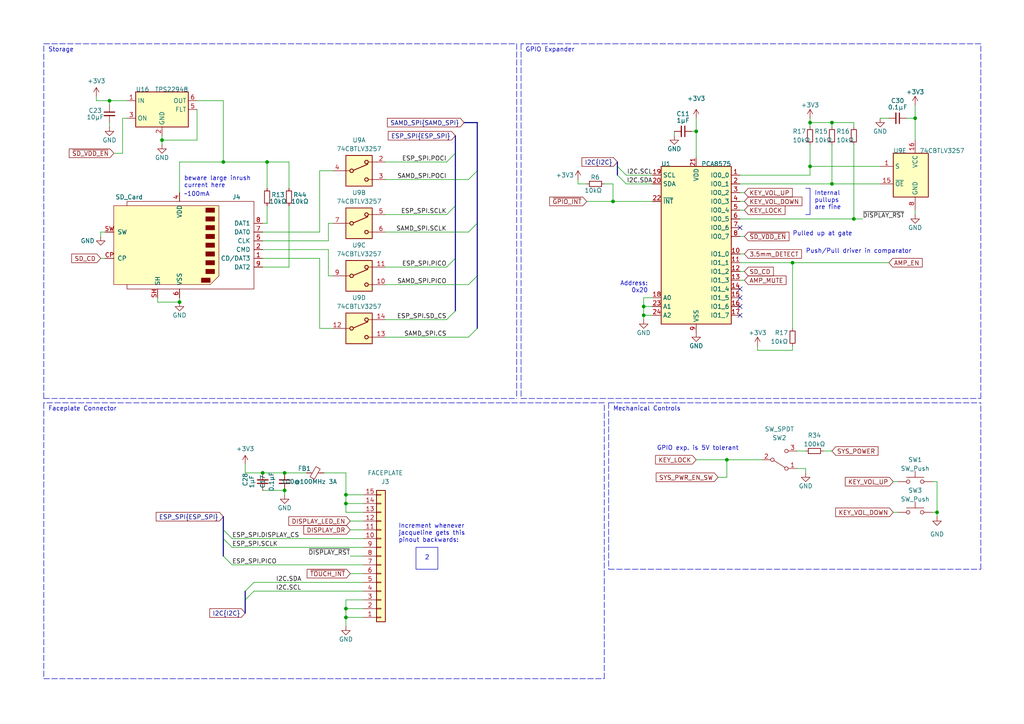
<source format=kicad_sch>
(kicad_sch (version 20230121) (generator eeschema)
  (paper "A4")
  (title_block (title "TANGARA") (date "2023-05-30") (rev "4") (company "made by jacqueline") (comment 1 "SPDX-License-Identifier: CERN-OHL-S-2.0"))
  (lib_symbols
    (symbol "74xx:74CBTLV3257"
      (property "Reference" "U" (at 17.78 1.27 0))
      (property "Value" "74CBTLV3257" (at 15.24 -1.27 0))
      (symbol "74CBTLV3257_1_1"
        (rectangle (start -3.81 4.445) (end 3.81 -4.445) (stroke (width 0.254)) (fill (type background)))
        (circle (center -2.159 0) (radius 0.508) (stroke (width 0.254)))
        (polyline (pts (xy -5.08 0) (xy -2.794 0)))
        (polyline (pts (xy -1.651 0.127) (xy 2.54 1.905)) (stroke (width 0.254)))
        (polyline (pts (xy 5.08 -2.54) (xy 2.794 -2.54)))
        (polyline (pts (xy 5.08 2.54) (xy 2.794 2.54)))
        (circle (center 2.159 -2.54) (radius 0.508) (stroke (width 0.254)))
        (circle (center 2.159 2.54) (radius 0.508) (stroke (width 0.254)))
        (pin passive line (at 7.62 2.54 180) (length 2.54) (name "~") (number "2"))
        (pin passive line (at 7.62 -2.54 180) (length 2.54) (name "~") (number "3"))
        (pin passive line (at -7.62 0 0) (length 2.54) (name "~") (number "4"))
      )
      (symbol "74CBTLV3257_2_1"
        (rectangle (start -3.81 4.445) (end 3.81 -4.445) (stroke (width 0.254)) (fill (type background)))
        (circle (center -2.159 0) (radius 0.508) (stroke (width 0.254)))
        (polyline (pts (xy -5.08 0) (xy -2.794 0)))
        (polyline (pts (xy -1.651 0.127) (xy 2.54 1.905)) (stroke (width 0.254)))
        (polyline (pts (xy 5.08 -2.54) (xy 2.794 -2.54)))
        (polyline (pts (xy 5.08 2.54) (xy 2.794 2.54)))
        (circle (center 2.159 -2.54) (radius 0.508) (stroke (width 0.254)))
        (circle (center 2.159 2.54) (radius 0.508) (stroke (width 0.254)))
        (pin passive line (at 7.62 2.54 180) (length 2.54) (name "~") (number "5"))
        (pin passive line (at 7.62 -2.54 180) (length 2.54) (name "~") (number "6"))
        (pin passive line (at -7.62 0 0) (length 2.54) (name "~") (number "7"))
      )
      (symbol "74CBTLV3257_3_1"
        (rectangle (start -3.81 4.445) (end 3.81 -4.445) (stroke (width 0.254)) (fill (type background)))
        (circle (center -2.159 0) (radius 0.508) (stroke (width 0.254)))
        (polyline (pts (xy -5.08 0) (xy -2.794 0)))
        (polyline (pts (xy -1.651 0.127) (xy 2.54 1.905)) (stroke (width 0.254)))
        (polyline (pts (xy 5.08 -2.54) (xy 2.794 -2.54)))
        (polyline (pts (xy 5.08 2.54) (xy 2.794 2.54)))
        (circle (center 2.159 -2.54) (radius 0.508) (stroke (width 0.254)))
        (circle (center 2.159 2.54) (radius 0.508) (stroke (width 0.254)))
        (pin passive line (at 7.62 -2.54 180) (length 2.54) (name "~") (number "10"))
        (pin passive line (at 7.62 2.54 180) (length 2.54) (name "~") (number "11"))
        (pin passive line (at -7.62 0 0) (length 2.54) (name "~") (number "9"))
      )
      (symbol "74CBTLV3257_4_1"
        (rectangle (start -3.81 4.445) (end 3.81 -4.445) (stroke (width 0.254)) (fill (type background)))
        (circle (center -2.159 0) (radius 0.508) (stroke (width 0.254)))
        (polyline (pts (xy -5.08 0) (xy -2.794 0)))
        (polyline (pts (xy -1.651 0.127) (xy 2.54 1.905)) (stroke (width 0.254)))
        (polyline (pts (xy 5.08 -2.54) (xy 2.794 -2.54)))
        (polyline (pts (xy 5.08 2.54) (xy 2.794 2.54)))
        (circle (center 2.159 -2.54) (radius 0.508) (stroke (width 0.254)))
        (circle (center 2.159 2.54) (radius 0.508) (stroke (width 0.254)))
        (pin passive line (at -7.62 0 0) (length 2.54) (name "~") (number "12"))
        (pin passive line (at 7.62 -2.54 180) (length 2.54) (name "~") (number "13"))
        (pin passive line (at 7.62 2.54 180) (length 2.54) (name "~") (number "14"))
      )
      (symbol "74CBTLV3257_5_1"
        (rectangle (start 3.81 6.35) (end -6.35 -6.35) (stroke (width 0.254)) (fill (type background)))
        (pin input line (at -10.16 2.54 0) (length 3.81) (name "S") (number "1"))
        (pin input line (at -10.16 -2.54 0) (length 3.81) (name "~{OE}") (number "15"))
        (pin power_in line (at 0 10.16 270) (length 3.81) (name "VCC") (number "16"))
        (pin power_in line (at 0 -10.16 90) (length 3.81) (name "GND") (number "8"))
      )
    )
    (symbol "Connector_Generic:Conn_01x15" (pin_names (offset 1.016) hide)
      (property "Reference" "J" (at 0 20.32 0))
      (property "Value" "Conn_01x15" (at 0 -20.32 0))
      (symbol "Conn_01x15_1_1"
        (rectangle (start -1.27 -17.653) (end 0 -17.907) (stroke (width 0.1524)))
        (rectangle (start -1.27 -15.113) (end 0 -15.367) (stroke (width 0.1524)))
        (rectangle (start -1.27 -12.573) (end 0 -12.827) (stroke (width 0.1524)))
        (rectangle (start -1.27 -10.033) (end 0 -10.287) (stroke (width 0.1524)))
        (rectangle (start -1.27 -7.493) (end 0 -7.747) (stroke (width 0.1524)))
        (rectangle (start -1.27 -4.953) (end 0 -5.207) (stroke (width 0.1524)))
        (rectangle (start -1.27 -2.413) (end 0 -2.667) (stroke (width 0.1524)))
        (rectangle (start -1.27 0.127) (end 0 -0.127) (stroke (width 0.1524)))
        (rectangle (start -1.27 2.667) (end 0 2.413) (stroke (width 0.1524)))
        (rectangle (start -1.27 5.207) (end 0 4.953) (stroke (width 0.1524)))
        (rectangle (start -1.27 7.747) (end 0 7.493) (stroke (width 0.1524)))
        (rectangle (start -1.27 10.287) (end 0 10.033) (stroke (width 0.1524)))
        (rectangle (start -1.27 12.827) (end 0 12.573) (stroke (width 0.1524)))
        (rectangle (start -1.27 15.367) (end 0 15.113) (stroke (width 0.1524)))
        (rectangle (start -1.27 17.907) (end 0 17.653) (stroke (width 0.1524)))
        (rectangle (start -1.27 19.05) (end 1.27 -19.05) (stroke (width 0.254)) (fill (type background)))
        (pin passive line (at -5.08 17.78 0) (length 3.81) (name "Pin_1") (number "1"))
        (pin passive line (at -5.08 -5.08 0) (length 3.81) (name "Pin_10") (number "10"))
        (pin passive line (at -5.08 -7.62 0) (length 3.81) (name "Pin_11") (number "11"))
        (pin passive line (at -5.08 -10.16 0) (length 3.81) (name "Pin_12") (number "12"))
        (pin passive line (at -5.08 -12.7 0) (length 3.81) (name "Pin_13") (number "13"))
        (pin passive line (at -5.08 -15.24 0) (length 3.81) (name "Pin_14") (number "14"))
        (pin passive line (at -5.08 -17.78 0) (length 3.81) (name "Pin_15") (number "15"))
        (pin passive line (at -5.08 15.24 0) (length 3.81) (name "Pin_2") (number "2"))
        (pin passive line (at -5.08 12.7 0) (length 3.81) (name "Pin_3") (number "3"))
        (pin passive line (at -5.08 10.16 0) (length 3.81) (name "Pin_4") (number "4"))
        (pin passive line (at -5.08 7.62 0) (length 3.81) (name "Pin_5") (number "5"))
        (pin passive line (at -5.08 5.08 0) (length 3.81) (name "Pin_6") (number "6"))
        (pin passive line (at -5.08 2.54 0) (length 3.81) (name "Pin_7") (number "7"))
        (pin passive line (at -5.08 0 0) (length 3.81) (name "Pin_8") (number "8"))
        (pin passive line (at -5.08 -2.54 0) (length 3.81) (name "Pin_9") (number "9"))
      )
    )
    (symbol "Device:C_Small" (pin_numbers hide) (pin_names (offset 0.254) hide)
      (property "Reference" "C" (at 0.254 1.778 0))
      (property "Value" "C_Small" (at 0.254 -2.032 0))
      (symbol "C_Small_0_1"
        (polyline (pts (xy -1.524 -0.508) (xy 1.524 -0.508)) (stroke (width 0.3302)))
        (polyline (pts (xy -1.524 0.508) (xy 1.524 0.508)) (stroke (width 0.3048)))
      )
      (symbol "C_Small_1_1"
        (pin passive line (at 0 2.54 270) (length 2.032) (name "~") (number "1"))
        (pin passive line (at 0 -2.54 90) (length 2.032) (name "~") (number "2"))
      )
    )
    (symbol "Device:Ferrite_Bead_Small" (pin_numbers hide) (pin_names (offset 0))
      (property "Reference" "FB" (at 1.905 1.27 0))
      (property "Value" "Device_Ferrite_Bead_Small" (at 1.905 -1.27 0))
      (symbol "Ferrite_Bead_Small_0_1"
        (polyline (pts (xy 0 -1.27) (xy 0 -0.7874)))
        (polyline (pts (xy 0 0.889) (xy 0 1.2954)))
        (polyline (pts (xy -1.8288 0.2794) (xy -1.1176 1.4986) (xy 1.8288 -0.2032) (xy 1.1176 -1.4224) (xy -1.8288 0.2794)))
      )
      (symbol "Ferrite_Bead_Small_1_1"
        (pin passive line (at 0 2.54 270) (length 1.27) (name "~") (number "1"))
        (pin passive line (at 0 -2.54 90) (length 1.27) (name "~") (number "2"))
      )
    )
    (symbol "Device:R_Small" (pin_numbers hide) (pin_names (offset 0.254) hide)
      (property "Reference" "R" (at 0.762 0.508 0))
      (property "Value" "R_Small" (at 0.762 -1.016 0))
      (symbol "R_Small_0_1"
        (rectangle (start -0.762 1.778) (end 0.762 -1.778) (stroke (width 0.2032)))
      )
      (symbol "R_Small_1_1"
        (pin passive line (at 0 2.54 270) (length 0.762) (name "~") (number "1"))
        (pin passive line (at 0 -2.54 90) (length 0.762) (name "~") (number "2"))
      )
    )
    (symbol "Switch:SW_Push" (pin_numbers hide) (pin_names (offset 1.016) hide)
      (property "Reference" "SW" (at 1.27 2.54 0))
      (property "Value" "SW_Push" (at 0 -1.524 0))
      (symbol "SW_Push_0_1"
        (circle (center -2.032 0) (radius 0.508))
        (polyline (pts (xy 0 1.27) (xy 0 3.048)))
        (polyline (pts (xy 2.54 1.27) (xy -2.54 1.27)))
        (circle (center 2.032 0) (radius 0.508))
        (pin passive line (at -5.08 0 0) (length 2.54) (name "1") (number "1"))
        (pin passive line (at 5.08 0 180) (length 2.54) (name "2") (number "2"))
      )
    )
    (symbol "Switch:SW_SPDT" (pin_names (offset 0) hide)
      (property "Reference" "SW" (at 0 4.318 0))
      (property "Value" "SW_SPDT" (at 0 -5.08 0))
      (symbol "SW_SPDT_0_0"
        (circle (center -2.032 0) (radius 0.508))
        (circle (center 2.032 -2.54) (radius 0.508))
      )
      (symbol "SW_SPDT_0_1"
        (polyline (pts (xy -1.524 0.254) (xy 1.651 2.286)))
        (circle (center 2.032 2.54) (radius 0.508))
      )
      (symbol "SW_SPDT_1_1"
        (pin passive line (at 5.08 2.54 180) (length 2.54) (name "A") (number "1"))
        (pin passive line (at -5.08 0 0) (length 2.54) (name "B") (number "2"))
        (pin passive line (at 5.08 -2.54 180) (length 2.54) (name "C") (number "3"))
      )
    )
    (symbol "power:+3V3" (power) (pin_names (offset 0))
      (property "Value" "+3V3" (at 0 3.556 0))
      (symbol "+3V3_0_1"
        (polyline (pts (xy -0.762 1.27) (xy 0 2.54)))
        (polyline (pts (xy 0 0) (xy 0 2.54)))
        (polyline (pts (xy 0 2.54) (xy 0.762 1.27)))
      )
      (symbol "+3V3_1_1"
        (pin power_in line (at 0 0 90) (length 0) hide (name "+3V3") (number "1"))
      )
    )
    (symbol "power:GND" (power) (pin_names (offset 0))
      (property "Value" "GND" (at 0 -3.81 0))
      (symbol "GND_0_1"
        (polyline (pts (xy 0 0) (xy 0 -1.27) (xy 1.27 -1.27) (xy 0 -2.54) (xy -1.27 -1.27) (xy 0 -1.27)))
      )
      (symbol "GND_1_1"
        (pin power_in line (at 0 0 270) (length 0) hide (name "GND") (number "1"))
      )
    )
    (symbol "symbols:PCA8575BS"
      (property "Reference" "U" (at -8.89 24.13 0))
      (property "Value" "PCA8575BS" (at 6.35 24.13 0))
      (symbol "PCA8575BS_0_1"
        (rectangle (start -10.16 22.86) (end 10.16 -22.86) (stroke (width 0.254)) (fill (type background)))
      )
      (symbol "PCA8575BS_1_0"
        (pin power_in line (at 0 -25.4 90) (length 2.54) hide (name "EP") (number "25"))
      )
      (symbol "PCA8575BS_1_1"
        (pin bidirectional line (at 12.7 20.32 180) (length 2.54) (name "IO0_0") (number "1"))
        (pin bidirectional line (at 12.7 -2.54 180) (length 2.54) (name "IO1_0") (number "10"))
        (pin bidirectional line (at 12.7 -5.08 180) (length 2.54) (name "IO1_1") (number "11"))
        (pin bidirectional line (at 12.7 -7.62 180) (length 2.54) (name "IO1_2") (number "12"))
        (pin bidirectional line (at 12.7 -10.16 180) (length 2.54) (name "IO1_3") (number "13"))
        (pin bidirectional line (at 12.7 -12.7 180) (length 2.54) (name "IO1_4") (number "14"))
        (pin bidirectional line (at 12.7 -15.24 180) (length 2.54) (name "IO1_5") (number "15"))
        (pin bidirectional line (at 12.7 -17.78 180) (length 2.54) (name "IO1_6") (number "16"))
        (pin bidirectional line (at 12.7 -20.32 180) (length 2.54) (name "IO1_7") (number "17"))
        (pin input line (at -12.7 -15.24 0) (length 2.54) (name "A0") (number "18"))
        (pin input line (at -12.7 20.32 0) (length 2.54) (name "SCL") (number "19"))
        (pin bidirectional line (at 12.7 17.78 180) (length 2.54) (name "IO0_1") (number "2"))
        (pin bidirectional line (at -12.7 17.78 0) (length 2.54) (name "SDA") (number "20"))
        (pin power_in line (at 0 25.4 270) (length 2.54) (name "VDD") (number "21"))
        (pin open_collector line (at -12.7 12.7 0) (length 2.54) (name "~{INT}") (number "22"))
        (pin input line (at -12.7 -17.78 0) (length 2.54) (name "A1") (number "23"))
        (pin input line (at -12.7 -20.32 0) (length 2.54) (name "A2") (number "24"))
        (pin bidirectional line (at 12.7 15.24 180) (length 2.54) (name "IO0_2") (number "3"))
        (pin bidirectional line (at 12.7 12.7 180) (length 2.54) (name "IO0_3") (number "4"))
        (pin bidirectional line (at 12.7 10.16 180) (length 2.54) (name "IO0_4") (number "5"))
        (pin bidirectional line (at 12.7 7.62 180) (length 2.54) (name "IO0_5") (number "6"))
        (pin bidirectional line (at 12.7 5.08 180) (length 2.54) (name "IO0_6") (number "7"))
        (pin bidirectional line (at 12.7 2.54 180) (length 2.54) (name "IO0_7") (number "8"))
        (pin power_in line (at 0 -25.4 90) (length 2.54) (name "VSS") (number "9"))
      )
    )
    (symbol "symbols:SD_Card" (pin_names (offset 1.016))
      (property "Reference" "J" (at -16.51 13.97 0))
      (property "Value" "SD_Card" (at 15.24 -13.97 0))
      (symbol "SD_Card_0_1"
        (rectangle (start -8.89 -9.525) (end -6.35 -10.795) (fill (type outline)))
        (rectangle (start -8.89 -6.985) (end -6.35 -8.255) (fill (type outline)))
        (rectangle (start -8.89 -4.445) (end -6.35 -5.715) (fill (type outline)))
        (rectangle (start -8.89 -1.905) (end -6.35 -3.175) (fill (type outline)))
        (rectangle (start -8.89 0.635) (end -6.35 -0.635) (fill (type outline)))
        (rectangle (start -8.89 3.175) (end -6.35 1.905) (fill (type outline)))
        (rectangle (start -8.89 5.715) (end -6.35 4.445) (fill (type outline)))
        (rectangle (start -8.89 8.255) (end -6.35 6.985) (fill (type outline)))
        (rectangle (start -7.62 10.795) (end -5.08 9.525) (fill (type outline)))
        (polyline (pts (xy -10.16 8.89) (xy -7.62 11.43) (xy 20.32 11.43) (xy 20.32 -11.43) (xy -10.16 -11.43) (xy -10.16 8.89)) (fill (type background)))
        (polyline (pts (xy 16.51 11.43) (xy 16.51 12.7) (xy -20.32 12.7) (xy -20.32 -12.7) (xy 16.51 -12.7) (xy 16.51 -11.43)))
      )
      (symbol "SD_Card_1_1"
        (pin input line (at -22.86 3.81 0) (length 2.54) (name "CD/DAT3") (number "1"))
        (pin input line (at -22.86 1.27 0) (length 2.54) (name "CMD") (number "2"))
        (pin power_in line (at 1.27 15.24 270) (length 2.54) hide (name "VSS") (number "3"))
        (pin power_in line (at 1.27 -15.24 90) (length 2.54) (name "VDD") (number "4"))
        (pin input line (at -22.86 -1.27 0) (length 2.54) (name "CLK") (number "5"))
        (pin power_in line (at 1.27 15.24 270) (length 2.54) (name "VSS") (number "6"))
        (pin input line (at -22.86 -3.81 0) (length 2.54) (name "DAT0") (number "7"))
        (pin input line (at -22.86 -6.35 0) (length 2.54) (name "DAT1") (number "8"))
        (pin input line (at -22.86 6.35 0) (length 2.54) (name "DAT2") (number "9"))
        (pin input line (at 22.86 3.81 180) (length 2.54) (name "CP") (number "CP"))
        (pin input line (at 7.62 15.24 270) (length 2.54) (name "SH") (number "SH"))
        (pin input line (at 22.86 -3.81 180) (length 2.54) (name "SW") (number "SW"))
      )
    )
    (symbol "symbols:TPS22917DBV"
      (property "Reference" "U" (at -6.35 6.35 0))
      (property "Value" "TPS22948" (at 2.54 6.35 0))
      (symbol "TPS22917DBV_0_1"
        (rectangle (start -7.62 5.08) (end 7.62 -5.08) (stroke (width 0.254)) (fill (type background)))
      )
      (symbol "TPS22917DBV_1_1"
        (pin power_in line (at -10.16 2.54 0) (length 2.54) (name "IN") (number "1"))
        (pin power_in line (at 0 -7.62 90) (length 2.54) (name "GND") (number "2"))
        (pin input line (at -10.16 -2.54 0) (length 2.54) (name "ON") (number "3"))
        (pin no_connect line (at -7.62 0 0) (length 2.54) hide (name "NC") (number "4"))
        (pin open_collector line (at 10.16 0 180) (length 2.54) (name "FLT") (number "5"))
        (pin power_out line (at 10.16 2.54 180) (length 2.54) (name "OUT") (number "6"))
      )
    )
  )
  (junction (at 82.55 137.16))
  (junction (at 186.69 91.44))
  (junction (at 100.33 146.05))
  (junction (at 46.99 40.64))
  (junction (at 64.77 46.99))
  (junction (at 52.07 87.63))
  (junction (at 100.33 176.53))
  (junction (at 234.95 48.26))
  (junction (at 100.33 179.07))
  (junction (at 265.43 34.29))
  (junction (at 76.2 137.16))
  (junction (at 82.55 142.24))
  (junction (at 234.95 35.56))
  (junction (at 241.3 53.34))
  (junction (at 100.33 143.51))
  (junction (at 229.87 76.2))
  (junction (at 271.78 148.59))
  (junction (at 31.75 29.21))
  (junction (at 201.93 38.1))
  (junction (at 186.69 88.9))
  (junction (at 210.82 133.35))
  (junction (at 241.3 35.56))
  (junction (at 247.65 63.5))
  (junction (at 77.47 46.99))
  (junction (at 177.8 58.42))
  (no_connect (at 214.63 86.36))
  (no_connect (at 214.63 83.82))
  (no_connect (at 214.63 91.44))
  (no_connect (at 214.63 88.9))
  (no_connect (at 214.63 66.04))
  (bus_entry (at 67.31 158.75) (size -2.54 -2.54))
  (bus_entry (at 179.07 48.26) (size 2.54 2.54))
  (bus_entry (at 129.54 77.47) (size 2.54 -2.54))
  (bus_entry (at 129.54 92.71) (size 2.54 -2.54))
  (bus_entry (at 129.54 46.99) (size 2.54 -2.54))
  (bus_entry (at 129.54 62.23) (size 2.54 -2.54))
  (bus_entry (at 179.07 50.8) (size 2.54 2.54))
  (bus_entry (at 135.89 52.07) (size 2.54 -2.54))
  (bus_entry (at 135.89 82.55) (size 2.54 -2.54))
  (bus_entry (at 135.89 67.31) (size 2.54 -2.54))
  (bus_entry (at 67.31 163.83) (size -2.54 -2.54))
  (bus_entry (at 71.12 171.45) (size 2.54 -2.54))
  (bus_entry (at 71.12 173.99) (size 2.54 -2.54))
  (bus_entry (at 135.89 97.79) (size 2.54 -2.54))
  (bus_entry (at 67.31 156.21) (size -2.54 -2.54))
  (wire (pts (xy 186.69 88.9) (xy 186.69 91.44)))
  (wire (pts (xy 186.69 91.44) (xy 186.69 92.71)))
  (bus (pts (xy 64.77 153.67) (xy 64.77 156.21)))
  (wire (pts (xy 271.78 139.7) (xy 271.78 148.59)))
  (wire (pts (xy 67.31 156.21) (xy 105.41 156.21)))
  (polyline (pts (xy 12.7 12.7) (xy 149.86 12.7)) (stroke (width 0) (type dash)))
  (polyline (pts (xy 176.53 116.84) (xy 176.53 165.1)) (stroke (width 0) (type dash)))
  (wire (pts (xy 219.71 100.33) (xy 219.71 101.6)))
  (wire (pts (xy 93.98 137.16) (xy 100.33 137.16)))
  (wire (pts (xy 208.28 138.43) (xy 210.82 138.43)))
  (wire (pts (xy 234.95 41.91) (xy 234.95 48.26)))
  (wire (pts (xy 76.2 142.24) (xy 82.55 142.24)))
  (wire (pts (xy 250.19 63.5) (xy 247.65 63.5)))
  (bus (pts (xy 134.62 35.56) (xy 138.43 35.56)))
  (polyline (pts (xy 234.95 62.23) (xy 234.95 54.61)))
  (wire (pts (xy 100.33 179.07) (xy 105.41 179.07)))
  (bus (pts (xy 71.12 171.45) (xy 71.12 173.99)))
  (wire (pts (xy 52.07 87.63) (xy 52.07 86.36)))
  (wire (pts (xy 265.43 30.48) (xy 265.43 34.29)))
  (wire (pts (xy 201.93 34.29) (xy 201.93 38.1)))
  (wire (pts (xy 92.71 49.53) (xy 92.71 67.31)))
  (wire (pts (xy 57.15 40.64) (xy 46.99 40.64)))
  (wire (pts (xy 214.63 76.2) (xy 229.87 76.2)))
  (wire (pts (xy 57.15 29.21) (xy 64.77 29.21)))
  (wire (pts (xy 101.6 153.67) (xy 105.41 153.67)))
  (wire (pts (xy 177.8 53.34) (xy 177.8 58.42)))
  (wire (pts (xy 77.47 46.99) (xy 83.82 46.99)))
  (wire (pts (xy 215.9 81.28) (xy 214.63 81.28)))
  (bus (pts (xy 132.08 44.45) (xy 132.08 59.69)))
  (wire (pts (xy 270.51 148.59) (xy 271.78 148.59)))
  (wire (pts (xy 234.95 50.8) (xy 234.95 48.26)))
  (wire (pts (xy 31.75 35.56) (xy 31.75 36.83)))
  (wire (pts (xy 175.26 53.34) (xy 177.8 53.34)))
  (wire (pts (xy 241.3 35.56) (xy 247.65 35.56)))
  (polyline (pts (xy 176.53 116.84) (xy 284.48 116.84)) (stroke (width 0) (type dash)))
  (wire (pts (xy 214.63 58.42) (xy 215.9 58.42)))
  (wire (pts (xy 35.56 34.29) (xy 35.56 44.45)))
  (wire (pts (xy 170.18 58.42) (xy 177.8 58.42)))
  (wire (pts (xy 214.63 53.34) (xy 241.3 53.34)))
  (wire (pts (xy 95.25 72.39) (xy 95.25 80.01)))
  (polyline (pts (xy 151.13 12.7) (xy 151.13 115.57)) (stroke (width 0) (type dash)))
  (wire (pts (xy 247.65 41.91) (xy 247.65 63.5)))
  (wire (pts (xy 76.2 137.16) (xy 82.55 137.16)))
  (wire (pts (xy 100.33 181.61) (xy 100.33 179.07)))
  (wire (pts (xy 67.31 158.75) (xy 105.41 158.75)))
  (wire (pts (xy 181.61 53.34) (xy 189.23 53.34)))
  (wire (pts (xy 31.75 29.21) (xy 31.75 30.48)))
  (wire (pts (xy 100.33 176.53) (xy 100.33 179.07)))
  (wire (pts (xy 92.71 74.93) (xy 92.71 95.25)))
  (wire (pts (xy 100.33 137.16) (xy 100.33 143.51)))
  (wire (pts (xy 45.72 86.36) (xy 45.72 87.63)))
  (wire (pts (xy 111.76 97.79) (xy 135.89 97.79)))
  (wire (pts (xy 167.64 53.34) (xy 170.18 53.34)))
  (wire (pts (xy 76.2 67.31) (xy 92.71 67.31)))
  (wire (pts (xy 29.21 67.31) (xy 29.21 68.58)))
  (polyline (pts (xy 151.13 115.57) (xy 284.48 115.57)) (stroke (width 0) (type dash)))
  (wire (pts (xy 71.12 137.16) (xy 76.2 137.16)))
  (wire (pts (xy 46.99 39.37) (xy 46.99 40.64)))
  (wire (pts (xy 247.65 35.56) (xy 247.65 36.83)))
  (bus (pts (xy 132.08 74.93) (xy 132.08 90.17)))
  (wire (pts (xy 189.23 88.9) (xy 186.69 88.9)))
  (wire (pts (xy 64.77 29.21) (xy 64.77 46.99)))
  (wire (pts (xy 189.23 86.36) (xy 186.69 86.36)))
  (wire (pts (xy 270.51 139.7) (xy 271.78 139.7)))
  (wire (pts (xy 200.66 38.1) (xy 201.93 38.1)))
  (bus (pts (xy 138.43 35.56) (xy 138.43 49.53)))
  (wire (pts (xy 95.25 80.01) (xy 96.52 80.01)))
  (wire (pts (xy 71.12 134.62) (xy 71.12 137.16)))
  (wire (pts (xy 229.87 100.33) (xy 229.87 101.6)))
  (bus (pts (xy 179.07 46.99) (xy 179.07 48.26)))
  (wire (pts (xy 101.6 161.29) (xy 105.41 161.29)))
  (wire (pts (xy 92.71 95.25) (xy 96.52 95.25)))
  (wire (pts (xy 33.02 44.45) (xy 35.56 44.45)))
  (wire (pts (xy 64.77 46.99) (xy 77.47 46.99)))
  (polyline (pts (xy 284.48 165.1) (xy 284.48 116.84)) (stroke (width 0) (type dash)))
  (wire (pts (xy 215.9 68.58) (xy 214.63 68.58)))
  (wire (pts (xy 255.27 34.29) (xy 257.81 34.29)))
  (wire (pts (xy 77.47 46.99) (xy 77.47 54.61)))
  (wire (pts (xy 214.63 55.88) (xy 215.9 55.88)))
  (wire (pts (xy 95.25 69.85) (xy 95.25 64.77)))
  (wire (pts (xy 234.95 48.26) (xy 255.27 48.26)))
  (wire (pts (xy 214.63 50.8) (xy 234.95 50.8)))
  (wire (pts (xy 111.76 92.71) (xy 129.54 92.71)))
  (wire (pts (xy 57.15 31.75) (xy 57.15 40.64)))
  (wire (pts (xy 234.95 35.56) (xy 234.95 36.83)))
  (polyline (pts (xy 12.7 196.85) (xy 175.26 196.85)) (stroke (width 0) (type dash)))
  (wire (pts (xy 100.33 143.51) (xy 105.41 143.51)))
  (wire (pts (xy 177.8 58.42) (xy 189.23 58.42)))
  (wire (pts (xy 111.76 77.47) (xy 129.54 77.47)))
  (wire (pts (xy 111.76 52.07) (xy 135.89 52.07)))
  (wire (pts (xy 101.6 166.37) (xy 105.41 166.37)))
  (wire (pts (xy 73.66 171.45) (xy 105.41 171.45)))
  (bus (pts (xy 179.07 48.26) (xy 179.07 50.8)))
  (wire (pts (xy 195.58 38.1) (xy 195.58 39.37)))
  (wire (pts (xy 167.64 52.07) (xy 167.64 53.34)))
  (wire (pts (xy 83.82 54.61) (xy 83.82 46.99)))
  (wire (pts (xy 219.71 101.6) (xy 229.87 101.6)))
  (wire (pts (xy 215.9 73.66) (xy 214.63 73.66)))
  (wire (pts (xy 233.68 137.16) (xy 233.68 135.89)))
  (polyline (pts (xy 12.7 115.57) (xy 149.86 115.57)) (stroke (width 0) (type dash)))
  (wire (pts (xy 247.65 63.5) (xy 214.63 63.5)))
  (bus (pts (xy 138.43 64.77) (xy 138.43 80.01)))
  (wire (pts (xy 241.3 53.34) (xy 255.27 53.34)))
  (wire (pts (xy 229.87 76.2) (xy 257.81 76.2)))
  (polyline (pts (xy 175.26 196.85) (xy 175.26 116.84)) (stroke (width 0) (type dash)))
  (wire (pts (xy 100.33 148.59) (xy 100.33 146.05)))
  (wire (pts (xy 265.43 34.29) (xy 265.43 40.64)))
  (wire (pts (xy 201.93 133.35) (xy 210.82 133.35)))
  (polyline (pts (xy 12.7 115.57) (xy 12.7 12.7)) (stroke (width 0) (type dash)))
  (wire (pts (xy 105.41 146.05) (xy 100.33 146.05)))
  (polyline (pts (xy 176.53 165.1) (xy 284.48 165.1)) (stroke (width 0) (type dash)))
  (wire (pts (xy 265.43 62.23) (xy 265.43 60.96)))
  (wire (pts (xy 46.99 41.91) (xy 46.99 40.64)))
  (wire (pts (xy 111.76 82.55) (xy 135.89 82.55)))
  (polyline (pts (xy 12.7 116.84) (xy 12.7 196.85)) (stroke (width 0) (type dash)))
  (bus (pts (xy 64.77 156.21) (xy 64.77 161.29)))
  (bus (pts (xy 132.08 39.37) (xy 132.08 44.45)))
  (wire (pts (xy 73.66 168.91) (xy 105.41 168.91)))
  (wire (pts (xy 52.07 55.88) (xy 52.07 46.99)))
  (wire (pts (xy 27.94 29.21) (xy 31.75 29.21)))
  (wire (pts (xy 111.76 67.31) (xy 135.89 67.31)))
  (polyline (pts (xy 175.26 116.84) (xy 12.7 116.84)) (stroke (width 0) (type dash)))
  (wire (pts (xy 210.82 133.35) (xy 210.82 138.43)))
  (wire (pts (xy 77.47 59.69) (xy 77.47 64.77)))
  (wire (pts (xy 233.68 135.89) (xy 231.14 135.89)))
  (wire (pts (xy 201.93 38.1) (xy 201.93 45.72)))
  (wire (pts (xy 234.95 35.56) (xy 241.3 35.56)))
  (wire (pts (xy 82.55 142.24) (xy 82.55 143.51)))
  (polyline (pts (xy 233.68 62.23) (xy 234.95 62.23)))
  (wire (pts (xy 210.82 133.35) (xy 220.98 133.35)))
  (bus (pts (xy 132.08 59.69) (xy 132.08 74.93)))
  (wire (pts (xy 36.83 34.29) (xy 35.56 34.29)))
  (wire (pts (xy 101.6 151.13) (xy 105.41 151.13)))
  (wire (pts (xy 83.82 59.69) (xy 83.82 77.47)))
  (wire (pts (xy 96.52 49.53) (xy 92.71 49.53)))
  (wire (pts (xy 31.75 29.21) (xy 36.83 29.21)))
  (wire (pts (xy 76.2 64.77) (xy 77.47 64.77)))
  (wire (pts (xy 231.14 130.81) (xy 233.68 130.81)))
  (polyline (pts (xy 284.48 12.7) (xy 151.13 12.7)) (stroke (width 0) (type dash)))
  (wire (pts (xy 30.48 67.31) (xy 29.21 67.31)))
  (wire (pts (xy 76.2 72.39) (xy 95.25 72.39)))
  (polyline (pts (xy 233.68 54.61) (xy 234.95 54.61)))
  (wire (pts (xy 105.41 148.59) (xy 100.33 148.59)))
  (wire (pts (xy 241.3 41.91) (xy 241.3 53.34)))
  (wire (pts (xy 262.89 34.29) (xy 265.43 34.29)))
  (wire (pts (xy 100.33 173.99) (xy 100.33 176.53)))
  (wire (pts (xy 76.2 74.93) (xy 92.71 74.93)))
  (polyline (pts (xy 149.86 12.7) (xy 149.86 115.57)) (stroke (width 0) (type dash)))
  (wire (pts (xy 111.76 46.99) (xy 129.54 46.99)))
  (wire (pts (xy 215.9 78.74) (xy 214.63 78.74)))
  (wire (pts (xy 234.95 34.29) (xy 234.95 35.56)))
  (wire (pts (xy 82.55 137.16) (xy 88.9 137.16)))
  (wire (pts (xy 111.76 62.23) (xy 129.54 62.23)))
  (bus (pts (xy 64.77 149.86) (xy 64.77 153.67)))
  (wire (pts (xy 76.2 69.85) (xy 95.25 69.85)))
  (wire (pts (xy 181.61 50.8) (xy 189.23 50.8)))
  (wire (pts (xy 95.25 64.77) (xy 96.52 64.77)))
  (bus (pts (xy 71.12 173.99) (xy 71.12 177.8)))
  (wire (pts (xy 100.33 146.05) (xy 100.33 143.51)))
  (wire (pts (xy 189.23 91.44) (xy 186.69 91.44)))
  (wire (pts (xy 45.72 87.63) (xy 52.07 87.63)))
  (wire (pts (xy 271.78 148.59) (xy 271.78 149.86)))
  (polyline (pts (xy 284.48 115.57) (xy 284.48 12.7)) (stroke (width 0) (type dash)))
  (wire (pts (xy 27.94 27.94) (xy 27.94 29.21)))
  (wire (pts (xy 186.69 86.36) (xy 186.69 88.9)))
  (wire (pts (xy 259.08 139.7) (xy 260.35 139.7)))
  (wire (pts (xy 52.07 46.99) (xy 64.77 46.99)))
  (bus (pts (xy 138.43 49.53) (xy 138.43 64.77)))
  (wire (pts (xy 215.9 60.96) (xy 214.63 60.96)))
  (wire (pts (xy 105.41 176.53) (xy 100.33 176.53)))
  (wire (pts (xy 76.2 77.47) (xy 83.82 77.47)))
  (wire (pts (xy 105.41 173.99) (xy 100.33 173.99)))
  (wire (pts (xy 241.3 130.81) (xy 238.76 130.81)))
  (wire (pts (xy 259.08 148.59) (xy 260.35 148.59)))
  (bus (pts (xy 138.43 80.01) (xy 138.43 95.25)))
  (wire (pts (xy 67.31 163.83) (xy 105.41 163.83)))
  (wire (pts (xy 241.3 35.56) (xy 241.3 36.83)))
  (wire (pts (xy 229.87 76.2) (xy 229.87 95.25)))
  (wire (pts (xy 29.21 74.93) (xy 30.48 74.93)))
  (rectangle (start 120.65 158.75) (end 127 165.1))
  (text "GPIO exp. is 5V tolerant" (at 190.5 130.81 0) (effects (font (size 1.27 1.27)) (justify left bottom)))
  (text "GPIO Expander" (at 152.4 15.24 0) (effects (font (size 1.27 1.27)) (justify left bottom)))
  (text "beware large inrush\ncurrent here" (at 53.34 54.61 0) (effects (font (size 1.27 1.27)) (justify left bottom)))
  (text "Internal\npullups\nare fine" (at 236.22 60.96 0) (effects (font (size 1.27 1.27)) (justify left bottom)))
  (text "~100mA" (at 53.34 57.15 0) (effects (font (size 1.27 1.27)) (justify left bottom)))
  (text "Increment whenever\njacqueline gets this\npinout backwards:" (at 115.57 157.48 0) (effects (font (size 1.27 1.27)) (justify left bottom)))
  (text "Pulled up at gate" (at 229.87 68.58 0) (effects (font (size 1.27 1.27)) (justify left bottom)))
  (text "Storage" (at 13.97 15.24 0) (effects (font (size 1.27 1.27)) (justify left bottom)))
  (text "Mechanical Controls" (at 177.8 119.38 0) (effects (font (size 1.27 1.27)) (justify left bottom)))
  (text "2" (at 123.19 162.56 0) (effects (font (size 1.27 1.27)) (justify left bottom)))
  (text "Push/Pull driver in comparator" (at 233.68 73.66 0) (effects (font (size 1.27 1.27)) (justify left bottom)))
  (text "Faceplate Connector" (at 13.97 119.38 0) (effects (font (size 1.27 1.27)) (justify left bottom)))
  (text "Address:\n0x20" (at 187.96 85.09 0) (effects (font (size 1.27 1.27)) (justify right bottom)))
  (label "SAMD_SPI.POCI" (at 129.54 52.07 180))
  (label "I2C.SDA" (at 80.01 168.91 0))
  (label "I2C.SCL" (at 189.23 50.8 180))
  (label "SAMD_SPI.PICO" (at 129.54 82.55 180))
  (label "ESP_SPI.PICO" (at 129.54 77.47 180))
  (label "ESP_SPI.SD_CS" (at 129.54 92.71 180))
  (label "ESP_SPI.POCI" (at 129.54 46.99 180))
  (label "ESP_SPI.PICO" (at 67.31 163.83 0))
  (label "SAMD_SPI.SCLK" (at 129.54 67.31 180))
  (label "~{DISPLAY_RST}" (at 101.6 161.29 180) (property "Intersheetrefs" "${INTERSHEET_REFS}" (effects hide)))
  (label "ESP_SPI.DISPLAY_CS" (at 67.31 156.21 0))
  (label "SAMD_SPI.CS" (at 129.54 97.79 180))
  (label "ESP_SPI.SCLK" (at 67.31 158.75 0))
  (label "I2C.SDA" (at 189.23 53.34 180))
  (label "~{DISPLAY_RST}" (at 250.19 63.5 0) (property "Intersheetrefs" "${INTERSHEET_REFS}" (effects hide)))
  (label "ESP_SPI.SCLK" (at 129.54 62.23 180))
  (label "I2C.SCL" (at 80.01 171.45 0))
  (global_label "ESP_SPI{ESP_SPI}" (shape input) (at 132.08 39.37 180) (property "Intersheetrefs" "${INTERSHEET_REFS}" (effects hide)))
  (global_label "DISPLAY_LED_EN" (shape input) (at 101.6 151.13 180) (property "Intersheetrefs" "${INTERSHEET_REFS}" (effects hide)))
  (global_label "KEY_VOL_DOWN" (shape input) (at 259.08 148.59 180) (property "Intersheetrefs" "${INTERSHEET_REFS}" (effects hide)))
  (global_label "SYS_POWER" (shape input) (at 241.3 130.81 0) (property "Intersheetrefs" "${INTERSHEET_REFS}" (effects hide)))
  (global_label "SD_CD" (shape input) (at 29.21 74.93 180) (property "Intersheetrefs" "${INTERSHEET_REFS}" (effects hide)))
  (global_label "KEY_LOCK" (shape input) (at 215.9 60.96 0) (property "Intersheetrefs" "${INTERSHEET_REFS}" (effects hide)))
  (global_label "SD_CD" (shape input) (at 215.9 78.74 0) (property "Intersheetrefs" "${INTERSHEET_REFS}" (effects hide)))
  (global_label "I2C{I2C}" (shape input) (at 71.12 177.8 180) (property "Intersheetrefs" "${INTERSHEET_REFS}" (effects hide)))
  (global_label "SAMD_SPI{SAMD_SPI}" (shape input) (at 134.62 35.56 180) (property "Intersheetrefs" "${INTERSHEET_REFS}" (effects hide)))
  (global_label "KEY_VOL_UP" (shape input) (at 215.9 55.88 0) (property "Intersheetrefs" "${INTERSHEET_REFS}" (effects hide)))
  (global_label "AMP_MUTE" (shape input) (at 215.9 81.28 0) (property "Intersheetrefs" "${INTERSHEET_REFS}" (effects hide)))
  (global_label "~{SD_VDD_EN}" (shape input) (at 33.02 44.45 180) (property "Intersheetrefs" "${INTERSHEET_REFS}" (effects hide)))
  (global_label "3.5mm_DETECT" (shape input) (at 215.9 73.66 0) (property "Intersheetrefs" "${INTERSHEET_REFS}" (effects hide)))
  (global_label "KEY_LOCK" (shape input) (at 201.93 133.35 180) (property "Intersheetrefs" "${INTERSHEET_REFS}" (effects hide)))
  (global_label "~{TOUCH_INT}" (shape input) (at 101.6 166.37 180) (property "Intersheetrefs" "${INTERSHEET_REFS}" (effects hide)))
  (global_label "I2C{I2C}" (shape input) (at 179.07 46.99 180) (property "Intersheetrefs" "${INTERSHEET_REFS}" (effects hide)))
  (global_label "~{SD_VDD_EN}" (shape input) (at 215.9 68.58 0) (property "Intersheetrefs" "${INTERSHEET_REFS}" (effects hide)))
  (global_label "ESP_SPI{ESP_SPI}" (shape input) (at 64.77 149.86 180) (property "Intersheetrefs" "${INTERSHEET_REFS}" (effects hide)))
  (global_label "DISPLAY_DR" (shape input) (at 101.6 153.67 180) (property "Intersheetrefs" "${INTERSHEET_REFS}" (effects hide)))
  (global_label "~{GPIO_INT}" (shape input) (at 170.18 58.42 180) (property "Intersheetrefs" "${INTERSHEET_REFS}" (effects hide)))
  (global_label "AMP_EN" (shape input) (at 257.81 76.2 0) (property "Intersheetrefs" "${INTERSHEET_REFS}" (effects hide)))
  (global_label "SYS_PWR_EN_SW" (shape input) (at 208.28 138.43 180) (property "Intersheetrefs" "${INTERSHEET_REFS}" (effects hide)))
  (global_label "KEY_VOL_UP" (shape input) (at 259.08 139.7 180) (property "Intersheetrefs" "${INTERSHEET_REFS}" (effects hide)))
  (global_label "KEY_VOL_DOWN" (shape input) (at 215.9 58.42 0) (property "Intersheetrefs" "${INTERSHEET_REFS}" (effects hide)))
  (symbol (lib_id "Device:R_Small") (at 77.47 57.15 0) (unit 1)
    (property "Reference" "R13" (at 80.645 56.515 0))
    (property "Value" "10kΩ" (at 80.645 58.42 0))
    (property "Footprint" "Resistor_SMD:R_0603_1608Metric" (effects hide))
    (property "MPN" "AC0603JR-0710KL" (effects hide))
  )
  (symbol (lib_id "power:GND") (at 271.78 149.86 0) (unit 1)
    (property "Reference" "#PWR0413" (effects hide))
    (property "Value" "GND" (at 271.78 154.94 0))
  )
  (symbol (lib_id "Device:C_Small") (at 260.35 34.29 270) (unit 1)
    (property "Reference" "C30" (at 260.35 29.21 90))
    (property "Value" "0.1μF" (at 260.35 31.115 90))
    (property "Footprint" "Capacitor_SMD:C_0603_1608Metric" (effects hide))
    (property "MPN" "GCM188R71C104KA37J" (effects hide))
  )
  (symbol (lib_id "symbols:PCA8575BS") (at 201.93 71.12 0) (unit 1)
    (property "Reference" "U1" (at 191.77 48.26 0) (effects (justify left bottom)))
    (property "Value" "PCA8575" (at 212.09 48.26 0) (effects (justify right bottom)))
    (property "Footprint" "Package_DFN_QFN:HVQFN-24-1EP_4x4mm_P0.5mm_EP2.1x2.1mm" (effects hide))
    (property "Datasheet" "https://www.nxp.com/docs/en/data-sheet/PCA9555.pdf" (effects hide))
    (property "MPN" "PCA8575BS,118" (effects hide))
  )
  (symbol (lib_id "Device:R_Small") (at 83.82 57.15 0) (unit 1)
    (property "Reference" "R44" (at 86.995 56.515 0))
    (property "Value" "10kΩ" (at 86.995 58.42 0))
    (property "Footprint" "Resistor_SMD:R_0603_1608Metric" (effects hide))
    (property "MPN" "AC0603JR-0710KL" (effects hide))
  )
  (symbol (lib_id "Switch:SW_SPDT") (at 226.06 133.35 0) (mirror x) (unit 1)
    (property "Reference" "SW2" (at 226.06 127 0))
    (property "Value" "SW_SPDT" (at 226.06 124.46 0))
    (property "Footprint" "Button_Switch_SMD:SW_SPDT_CK-JS102011SAQN" (effects hide))
    (property "MPN" "JS102011SAQN" (effects hide))
  )
  (symbol (lib_id "Device:Ferrite_Bead_Small") (at 91.44 137.16 90) (unit 1)
    (property "Reference" "FB1" (at 90.17 135.89 90) (effects (justify left)))
    (property "Value" "100@100MHz 3A" (at 97.79 139.7 90) (effects (justify left)))
    (property "Footprint" "Inductor_SMD:L_0603_1608Metric" (effects hide))
    (property "MPN" "BLM18KG101TN1D" (effects hide))
    (instances (project "tangara-mainboard" (path "" (reference "FB1") (unit 1)) (path "" (reference "FB2") (unit 1))) (project "reform2-motherboard" (path "" (reference "FB17") (unit 1))))
  )
  (symbol (lib_id "power:GND") (at 195.58 39.37 0) (unit 1)
    (property "Reference" "#PWR0410" (effects hide))
    (property "Value" "GND" (at 195.58 43.18 0))
  )
  (symbol (lib_id "Device:C_Small") (at 198.12 38.1 270) (unit 1)
    (property "Reference" "C11" (at 198.12 33.02 90))
    (property "Value" "1μF" (at 198.12 34.925 90))
    (property "Footprint" "Capacitor_SMD:C_0805_2012Metric" (effects hide))
    (property "MPN" "GRM216R61C105KA88D" (effects hide))
  )
  (symbol (lib_id "power:GND") (at 46.99 41.91 0) (unit 1)
    (property "Reference" "#PWR0402" (effects hide))
    (property "Value" "GND" (at 46.99 45.72 0))
  )
  (symbol (lib_id "power:GND") (at 31.75 36.83 0) (unit 1)
    (property "Reference" "#PWR0402" (effects hide))
    (property "Value" "GND" (at 31.75 40.64 0))
  )
  (symbol (lib_id "Connector_Generic:Conn_01x15") (at 110.49 161.29 0) (mirror x) (unit 1)
    (property "Reference" "J3" (at 111.76 139.7 0))
    (property "Value" "FACEPLATE" (at 111.76 137.16 0))
    (property "Footprint" "footprints:molex_5052781533" (effects hide))
    (property "MPN" "5052781533" (effects hide))
  )
  (symbol (lib_id "74xx:74CBTLV3257") (at 104.14 95.25 0) (unit 4)
    (property "Reference" "U9" (at 104.14 86.36 0))
    (property "Value" "74CBTLV3257" (at 104.14 88.9 0))
    (property "Footprint" "Package_SO:TSSOP-16_4.4x5mm_P0.65mm" (effects hide))
    (property "Datasheet" "http://www.ti.com/lit/ds/symlink/sn74cbtlv3257.pdf" (effects hide))
    (property "MPN" "74CBTLV3257PW-Q10J" (effects hide))
  )
  (symbol (lib_id "power:+3V3") (at 265.43 30.48 0) (unit 1)
    (property "Reference" "#PWR0416" (effects hide))
    (property "Value" "+3V3" (at 265.43 26.67 0))
  )
  (symbol (lib_id "74xx:74CBTLV3257") (at 104.14 49.53 0) (unit 1)
    (property "Reference" "U9" (at 104.14 40.64 0))
    (property "Value" "74CBTLV3257" (at 104.14 43.18 0))
    (property "Footprint" "Package_SO:TSSOP-16_4.4x5mm_P0.65mm" (effects hide))
    (property "Datasheet" "http://www.ti.com/lit/ds/symlink/sn74cbtlv3257.pdf" (effects hide))
    (property "MPN" "74CBTLV3257PW-Q10J" (effects hide))
  )
  (symbol (lib_id "Device:R_Small") (at 234.95 39.37 0) (unit 1)
    (property "Reference" "R17" (at 229.87 38.1 0) (effects (justify left)))
    (property "Value" "10kΩ" (at 229.87 40.64 0) (effects (justify left)))
    (property "Footprint" "Resistor_SMD:R_0603_1608Metric" (effects hide))
    (property "MPN" "AC0603JR-0710KL" (effects hide))
  )
  (symbol (lib_id "74xx:74CBTLV3257") (at 104.14 80.01 0) (unit 3)
    (property "Reference" "U9" (at 104.14 71.12 0))
    (property "Value" "74CBTLV3257" (at 104.14 73.66 0))
    (property "Footprint" "Package_SO:TSSOP-16_4.4x5mm_P0.65mm" (effects hide))
    (property "Datasheet" "http://www.ti.com/lit/ds/symlink/sn74cbtlv3257.pdf" (effects hide))
    (property "MPN" "74CBTLV3257PW-Q10J" (effects hide))
  )
  (symbol (lib_id "Switch:SW_Push") (at 265.43 139.7 0) (unit 1)
    (property "Reference" "SW1" (at 265.43 133.35 0))
    (property "Value" "SW_Push" (at 265.43 135.89 0))
    (property "Footprint" "Button_Switch_SMD:SW_SPST_EVQP7C" (effects hide))
    (property "MPN" "EVQ-P7C01P" (effects hide))
  )
  (symbol (lib_id "power:GND") (at 265.43 62.23 0) (unit 1)
    (property "Reference" "#PWR0417" (effects hide))
    (property "Value" "GND" (at 265.43 66.04 0))
  )
  (symbol (lib_id "power:GND") (at 255.27 34.29 0) (unit 1)
    (property "Reference" "#PWR0415" (effects hide))
    (property "Value" "GND" (at 255.27 38.1 0))
  )
  (symbol (lib_id "Device:R_Small") (at 247.65 39.37 0) (unit 1)
    (property "Reference" "R16" (at 242.57 38.1 0) (effects (justify left)))
    (property "Value" "10kΩ" (at 242.57 40.64 0) (effects (justify left)))
    (property "Footprint" "Resistor_SMD:R_0603_1608Metric" (effects hide))
    (property "MPN" "AC0603JR-0710KL" (effects hide))
  )
  (symbol (lib_id "Device:R_Small") (at 236.22 130.81 90) (unit 1)
    (property "Reference" "R34" (at 236.22 127 90) (effects (justify top)))
    (property "Value" "100kΩ" (at 236.22 129.54 90) (effects (justify top)))
    (property "Footprint" "Resistor_SMD:R_0603_1608Metric" (effects hide))
    (property "MPN" "RC0603JR-10100KL" (effects hide))
    (instances (project "tangara-mainboard" (path "" (reference "R34") (unit 1)) (path "" (reference "R4") (unit 1))))
  )
  (symbol (lib_id "74xx:74CBTLV3257") (at 265.43 50.8 0) (unit 5)
    (property "Reference" "U9" (at 259.08 44.45 0) (effects (justify left bottom)))
    (property "Value" "74CBTLV3257" (at 266.7 44.45 0) (effects (justify left bottom)))
    (property "Footprint" "Package_SO:TSSOP-16_4.4x5mm_P0.65mm" (effects hide))
    (property "Datasheet" "http://www.ti.com/lit/ds/symlink/sn74cbtlv3257.pdf" (effects hide))
    (property "MPN" "74CBTLV3257PW-Q10J" (effects hide))
  )
  (symbol (lib_id "power:+3V3") (at 234.95 34.29 0) (unit 1)
    (property "Reference" "#PWR05" (effects hide))
    (property "Value" "+3V3" (at 234.95 30.48 0))
  )
  (symbol (lib_id "symbols:TPS22917DBV") (at 46.99 31.75 0) (unit 1)
    (property "Reference" "U16" (at 39.37 26.67 0) (effects (justify left bottom)))
    (property "Value" "TPS22948" (at 54.61 26.67 0) (effects (justify right bottom)))
    (property "Footprint" "footprints:SOT65P210X110-6N" (effects hide))
    (property "Datasheet" "http://www.ti.com/lit/ds/symlink/tps22917.pdf" (effects hide))
    (property "MPN" "TPS22948DCKR" (effects hide))
  )
  (symbol (lib_id "power:+3V3") (at 71.12 134.62 0) (unit 1)
    (property "Reference" "#PWR0406" (effects hide))
    (property "Value" "+3V3" (at 71.12 130.175 0))
  )
  (symbol (lib_id "power:GND") (at 233.68 137.16 0) (unit 1)
    (property "Reference" "#PWR0409" (effects hide))
    (property "Value" "GND" (at 233.68 140.97 0))
  )
  (symbol (lib_id "Switch:SW_Push") (at 265.43 148.59 0) (unit 1)
    (property "Reference" "SW3" (at 265.43 142.24 0))
    (property "Value" "SW_Push" (at 265.43 144.78 0))
    (property "Footprint" "Button_Switch_SMD:SW_SPST_EVQP7C" (effects hide))
    (property "MPN" "EVQ-P7C01P" (effects hide))
  )
  (symbol (lib_id "power:+3V3") (at 27.94 27.94 0) (unit 1)
    (property "Reference" "#PWR0403" (effects hide))
    (property "Value" "+3V3" (at 27.94 23.495 0))
  )
  (symbol (lib_id "power:GND") (at 29.21 68.58 0) (unit 1)
    (property "Reference" "#PWR0404" (effects hide))
    (property "Value" "GND" (at 25.4 69.85 0))
  )
  (symbol (lib_id "power:GND") (at 100.33 181.61 0) (unit 1)
    (property "Reference" "#PWR0407" (effects hide))
    (property "Value" "GND" (at 100.33 185.42 0))
  )
  (symbol (lib_id "Device:R_Small") (at 172.72 53.34 90) (unit 1)
    (property "Reference" "R6" (at 173.99 51.435 90) (effects (justify left)))
    (property "Value" "10kΩ" (at 174.625 55.245 90) (effects (justify left)))
    (property "Footprint" "Resistor_SMD:R_0603_1608Metric" (effects hide))
    (property "MPN" "AC0603JR-0710KL" (effects hide))
  )
  (symbol (lib_id "power:GND") (at 82.55 143.51 0) (unit 1)
    (property "Reference" "#PWR0407" (effects hide))
    (property "Value" "GND" (at 82.55 147.32 0))
  )
  (symbol (lib_id "power:GND") (at 201.93 96.52 0) (unit 1)
    (property "Reference" "#PWR0412" (effects hide))
    (property "Value" "GND" (at 201.93 100.33 0))
  )
  (symbol (lib_id "symbols:SD_Card") (at 53.34 71.12 180) (unit 1)
    (property "Reference" "J4" (at 68.58 57.15 0))
    (property "Value" "SD_Card" (at 37.465 57.15 0))
    (property "Footprint" "Connector_Card:SD_Hirose_DM1AA_SF_PEJ82" (effects hide))
    (property "Datasheet" "http://portal.fciconnect.com/Comergent//fci/drawing/10067847.pdf" (effects hide))
    (property "MPN" "DM1AA-SF-PEJ(82) " (effects hide))
  )
  (symbol (lib_id "power:+3V3") (at 219.71 100.33 0) (unit 1)
    (property "Reference" "#PWR05" (effects hide))
    (property "Value" "+3V3" (at 219.71 96.52 0))
  )
  (symbol (lib_id "74xx:74CBTLV3257") (at 104.14 64.77 0) (unit 2)
    (property "Reference" "U9" (at 104.14 55.88 0))
    (property "Value" "74CBTLV3257" (at 104.14 58.42 0))
    (property "Footprint" "Package_SO:TSSOP-16_4.4x5mm_P0.65mm" (effects hide))
    (property "Datasheet" "http://www.ti.com/lit/ds/symlink/sn74cbtlv3257.pdf" (effects hide))
    (property "MPN" "74CBTLV3257PW-Q10J" (effects hide))
  )
  (symbol (lib_id "Device:R_Small") (at 229.87 97.79 0) (unit 1)
    (property "Reference" "R17" (at 228.6 96.52 0) (effects (justify right)))
    (property "Value" "10kΩ" (at 228.6 99.06 0) (effects (justify right)))
    (property "Footprint" "Resistor_SMD:R_0603_1608Metric" (effects hide))
    (property "MPN" "AC0603JR-0710KL" (effects hide))
  )
  (symbol (lib_id "power:+3V3") (at 201.93 34.29 0) (unit 1)
    (property "Reference" "#PWR0411" (effects hide))
    (property "Value" "+3V3" (at 201.93 28.575 0))
  )
  (symbol (lib_id "Device:R_Small") (at 241.3 39.37 0) (unit 1)
    (property "Reference" "R15" (at 236.22 38.1 0) (effects (justify left)))
    (property "Value" "10kΩ" (at 236.22 40.64 0) (effects (justify left)))
    (property "Footprint" "Resistor_SMD:R_0603_1608Metric" (effects hide))
    (property "MPN" "AC0603JR-0710KL" (effects hide))
  )
  (symbol (lib_id "Device:C_Small") (at 82.55 139.7 0) (unit 1)
    (property "Reference" "C17" (at 76.2 139.7 90))
    (property "Value" "0.1μF" (at 78.74 139.7 90))
    (property "Footprint" "Capacitor_SMD:C_0603_1608Metric" (effects hide))
    (property "MPN" "GCM188R71C104KA37J" (effects hide))
    (instances (project "tangara-mainboard" (path "" (reference "C17") (unit 1)) (path "" (reference "C37") (unit 1)) (path "" (reference "C44") (unit 1))) (project "audio" (path "" (reference "C14") (unit 1))))
  )
  (symbol (lib_id "Device:C_Small") (at 76.2 139.7 180) (unit 1)
    (property "Reference" "C28" (at 71.12 137.16 90) (effects (justify left)))
    (property "Value" "1μF" (at 73.025 137.795 90) (effects (justify left)))
    (property "Footprint" "Capacitor_SMD:C_0805_2012Metric" (effects hide))
    (property "MPN" "GRM216R61C105KA88D" (effects hide))
    (instances (project "tangara-mainboard" (path "" (reference "C28") (unit 1)) (path "" (reference "C45") (unit 1))))
  )
  (symbol (lib_id "power:GND") (at 52.07 87.63 0) (unit 1)
    (property "Reference" "#PWR0404" (effects hide))
    (property "Value" "GND" (at 52.07 91.44 0))
  )
  (symbol (lib_id "power:+3V3") (at 167.64 52.07 0) (unit 1)
    (property "Reference" "#PWR0408" (effects hide))
    (property "Value" "+3V3" (at 163.83 50.8 0))
  )
  (symbol (lib_id "power:GND") (at 186.69 92.71 0) (unit 1)
    (property "Reference" "#PWR0409" (effects hide))
    (property "Value" "GND" (at 186.69 96.52 0))
  )
  (symbol (lib_id "Device:C_Small") (at 31.75 33.02 0) (unit 1)
    (property "Reference" "C23" (at 27.6225 32.0675 0))
    (property "Value" "10μF" (at 27.6225 33.9725 0))
    (property "Footprint" "Capacitor_SMD:C_0805_2012Metric" (effects hide))
    (property "MPN" "GRM21BR61C106KE15K" (effects hide))
  )
)
</source>
